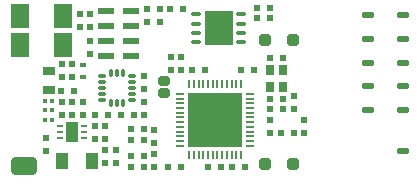
<source format=gtp>
G04 Layer_Color=8421504*
%FSLAX25Y25*%
%MOIN*%
G70*
G01*
G75*
G04:AMPARAMS|DCode=10|XSize=19.68mil|YSize=39.37mil|CornerRadius=4.92mil|HoleSize=0mil|Usage=FLASHONLY|Rotation=90.000|XOffset=0mil|YOffset=0mil|HoleType=Round|Shape=RoundedRectangle|*
%AMROUNDEDRECTD10*
21,1,0.01968,0.02953,0,0,90.0*
21,1,0.00984,0.03937,0,0,90.0*
1,1,0.00984,0.01476,0.00492*
1,1,0.00984,0.01476,-0.00492*
1,1,0.00984,-0.01476,-0.00492*
1,1,0.00984,-0.01476,0.00492*
%
%ADD10ROUNDEDRECTD10*%
%ADD11R,0.02362X0.02362*%
G04:AMPARAMS|DCode=12|XSize=39.37mil|YSize=39.37mil|CornerRadius=9.84mil|HoleSize=0mil|Usage=FLASHONLY|Rotation=180.000|XOffset=0mil|YOffset=0mil|HoleType=Round|Shape=RoundedRectangle|*
%AMROUNDEDRECTD12*
21,1,0.03937,0.01968,0,0,180.0*
21,1,0.01968,0.03937,0,0,180.0*
1,1,0.01968,-0.00984,0.00984*
1,1,0.01968,0.00984,0.00984*
1,1,0.01968,0.00984,-0.00984*
1,1,0.01968,-0.00984,-0.00984*
%
%ADD12ROUNDEDRECTD12*%
%ADD13R,0.02953X0.03347*%
%ADD14O,0.03150X0.01575*%
%ADD15R,0.09449X0.11811*%
%ADD16O,0.00787X0.03150*%
%ADD17O,0.03150X0.00787*%
%ADD18R,0.18110X0.18110*%
%ADD19R,0.02362X0.02362*%
G04:AMPARAMS|DCode=20|XSize=31.5mil|YSize=39.37mil|CornerRadius=7.87mil|HoleSize=0mil|Usage=FLASHONLY|Rotation=270.000|XOffset=0mil|YOffset=0mil|HoleType=Round|Shape=RoundedRectangle|*
%AMROUNDEDRECTD20*
21,1,0.03150,0.02362,0,0,270.0*
21,1,0.01575,0.03937,0,0,270.0*
1,1,0.01575,-0.01181,-0.00787*
1,1,0.01575,-0.01181,0.00787*
1,1,0.01575,0.01181,0.00787*
1,1,0.01575,0.01181,-0.00787*
%
%ADD20ROUNDEDRECTD20*%
%ADD21R,0.06299X0.07874*%
%ADD22R,0.05512X0.02362*%
%ADD23R,0.04331X0.05512*%
%ADD24R,0.01378X0.01378*%
%ADD25R,0.01968X0.00984*%
%ADD26R,0.03937X0.07087*%
G04:AMPARAMS|DCode=27|XSize=59.05mil|YSize=86.61mil|CornerRadius=14.76mil|HoleSize=0mil|Usage=FLASHONLY|Rotation=90.000|XOffset=0mil|YOffset=0mil|HoleType=Round|Shape=RoundedRectangle|*
%AMROUNDEDRECTD27*
21,1,0.05905,0.05709,0,0,90.0*
21,1,0.02953,0.08661,0,0,90.0*
1,1,0.02953,0.02854,0.01476*
1,1,0.02953,0.02854,-0.01476*
1,1,0.02953,-0.02854,-0.01476*
1,1,0.02953,-0.02854,0.01476*
%
%ADD27ROUNDEDRECTD27*%
%ADD28R,0.02165X0.01772*%
%ADD29O,0.03150X0.01181*%
%ADD30O,0.01181X0.03150*%
%ADD31R,0.03937X0.02756*%
D10*
X132087Y8071D02*
D03*
Y21850D02*
D03*
X120276D02*
D03*
Y29724D02*
D03*
X132087D02*
D03*
Y37598D02*
D03*
X120276D02*
D03*
Y45472D02*
D03*
X132087D02*
D03*
Y53347D02*
D03*
X120276D02*
D03*
D11*
X99016Y18504D02*
D03*
Y14173D02*
D03*
X36220Y8465D02*
D03*
Y4134D02*
D03*
X32677D02*
D03*
Y8465D02*
D03*
X87598Y14173D02*
D03*
Y18504D02*
D03*
X54528Y39567D02*
D03*
Y35236D02*
D03*
X58071Y39567D02*
D03*
Y35236D02*
D03*
X95669Y26378D02*
D03*
Y22047D02*
D03*
X49016Y7087D02*
D03*
Y2756D02*
D03*
Y14961D02*
D03*
Y10630D02*
D03*
X32677Y16339D02*
D03*
Y12008D02*
D03*
X29134Y16339D02*
D03*
Y12008D02*
D03*
X45669Y24409D02*
D03*
Y20079D02*
D03*
Y33268D02*
D03*
Y28937D02*
D03*
X12992Y8071D02*
D03*
Y12402D02*
D03*
X25197Y20276D02*
D03*
Y24606D02*
D03*
X24213Y53937D02*
D03*
Y49606D02*
D03*
X27756Y53937D02*
D03*
Y49606D02*
D03*
Y40354D02*
D03*
Y44685D02*
D03*
X18110Y20276D02*
D03*
Y24606D02*
D03*
X21654Y20276D02*
D03*
Y24606D02*
D03*
X18110Y37008D02*
D03*
Y32677D02*
D03*
X21654D02*
D03*
Y37008D02*
D03*
D12*
X95276Y45276D02*
D03*
X85827Y3937D02*
D03*
X95276D02*
D03*
X85827Y45276D02*
D03*
D13*
X91929Y35039D02*
D03*
X87598D02*
D03*
Y29528D02*
D03*
X91929D02*
D03*
D14*
X77953Y53740D02*
D03*
Y50591D02*
D03*
Y44291D02*
D03*
Y47441D02*
D03*
X62992Y50591D02*
D03*
Y53740D02*
D03*
Y47441D02*
D03*
Y44291D02*
D03*
D15*
X70472Y49016D02*
D03*
D16*
X76378Y30315D02*
D03*
X77953D02*
D03*
X74803D02*
D03*
X73228D02*
D03*
X66929D02*
D03*
X68504D02*
D03*
X71653D02*
D03*
X70079D02*
D03*
X63779D02*
D03*
X65354D02*
D03*
X62205D02*
D03*
X60630D02*
D03*
Y6693D02*
D03*
X62205D02*
D03*
X65354D02*
D03*
X63779D02*
D03*
X70079D02*
D03*
X71653D02*
D03*
X68504D02*
D03*
X66929D02*
D03*
X73228D02*
D03*
X74803D02*
D03*
X77953D02*
D03*
X76378D02*
D03*
D17*
X81102Y27165D02*
D03*
Y25591D02*
D03*
Y22441D02*
D03*
Y24016D02*
D03*
Y17717D02*
D03*
Y16142D02*
D03*
Y19291D02*
D03*
Y20866D02*
D03*
Y14567D02*
D03*
Y12992D02*
D03*
Y9843D02*
D03*
Y11417D02*
D03*
X57480D02*
D03*
Y9843D02*
D03*
Y12992D02*
D03*
Y14567D02*
D03*
Y20866D02*
D03*
Y19291D02*
D03*
Y16142D02*
D03*
Y17717D02*
D03*
Y24016D02*
D03*
Y22441D02*
D03*
Y25591D02*
D03*
Y27165D02*
D03*
D18*
X69291Y18504D02*
D03*
D19*
X58661Y55315D02*
D03*
X54331D02*
D03*
X46457D02*
D03*
X50787D02*
D03*
X46457Y50984D02*
D03*
X50787D02*
D03*
X95472Y14173D02*
D03*
X91142D02*
D03*
X83268Y55905D02*
D03*
X87598D02*
D03*
X83268Y52362D02*
D03*
X87598D02*
D03*
X33661Y20079D02*
D03*
X29331D02*
D03*
X87598Y22047D02*
D03*
X91929D02*
D03*
X87598Y25591D02*
D03*
X91929D02*
D03*
X65945Y35236D02*
D03*
X61614D02*
D03*
X77953Y35039D02*
D03*
X82284D02*
D03*
X87598Y38976D02*
D03*
X91929D02*
D03*
X79134Y2756D02*
D03*
X74803D02*
D03*
X66929D02*
D03*
X71260D02*
D03*
X53543D02*
D03*
X57874D02*
D03*
X45472D02*
D03*
X41142D02*
D03*
Y6299D02*
D03*
X45472D02*
D03*
Y11811D02*
D03*
X41142D02*
D03*
X45472Y15354D02*
D03*
X41142D02*
D03*
X37795Y20079D02*
D03*
X42126D02*
D03*
X22244Y27953D02*
D03*
X17913D02*
D03*
D20*
X52165Y27362D02*
D03*
Y31299D02*
D03*
D21*
X18504Y53150D02*
D03*
X4331D02*
D03*
X18504Y43307D02*
D03*
X4331D02*
D03*
D22*
X41142Y39862D02*
D03*
Y44783D02*
D03*
Y49705D02*
D03*
Y54626D02*
D03*
X32874Y39862D02*
D03*
Y44783D02*
D03*
Y49705D02*
D03*
Y54626D02*
D03*
D23*
X28150Y4922D02*
D03*
X18307Y4921D02*
D03*
D24*
X12598Y18504D02*
D03*
X14961D02*
D03*
X12598Y21654D02*
D03*
X14961D02*
D03*
X12598Y24803D02*
D03*
X14961D02*
D03*
D25*
X25591Y12598D02*
D03*
Y14567D02*
D03*
Y16535D02*
D03*
X17717D02*
D03*
Y14567D02*
D03*
Y12598D02*
D03*
D26*
X21654Y14567D02*
D03*
D27*
X5512Y3150D02*
D03*
D28*
X25197Y36811D02*
D03*
Y32874D02*
D03*
D29*
X41732Y29134D02*
D03*
Y27165D02*
D03*
Y25197D02*
D03*
Y31102D02*
D03*
Y33071D02*
D03*
X31496Y25197D02*
D03*
Y27165D02*
D03*
Y33071D02*
D03*
Y31102D02*
D03*
Y29134D02*
D03*
D30*
X36614Y24016D02*
D03*
X38583D02*
D03*
X34646D02*
D03*
X38583Y34252D02*
D03*
X34646D02*
D03*
X36614D02*
D03*
D31*
X13779Y34647D02*
D03*
X13779Y28348D02*
D03*
M02*

</source>
